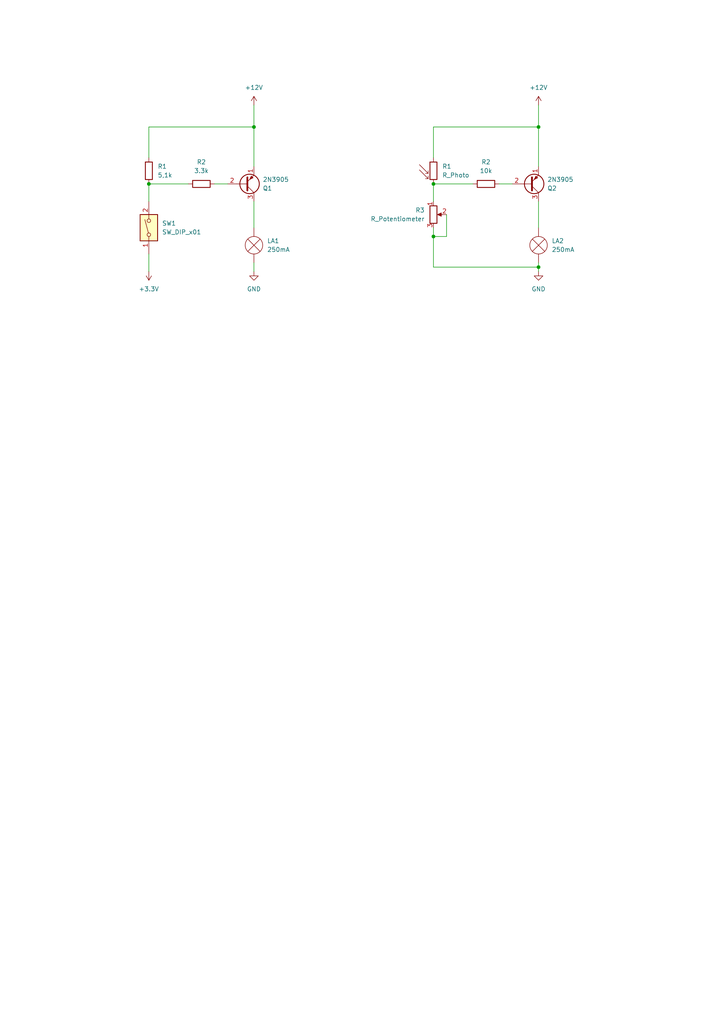
<source format=kicad_sch>
(kicad_sch (version 20250114) (generator "eeschema") (generator_version "9.0")
  (paper "A4" portrait)
  (lib_symbols
    (symbol "Device:Lamp" (pin_numbers (hide yes)) (pin_names (offset 0.0254) (hide yes))
      (property "Reference" "LA" (at 0.635 3.81 0))
      (property "Value" "Lamp" (at 0.635 -3.81 0))
      (symbol "Lamp_0_1"
        (polyline (pts (xy -1.778 1.778) (xy 1.778 -1.778)))
        (circle (center 0 0) (radius 2.54))
        (polyline (pts (xy 1.778 1.778) (xy -1.778 -1.778)))
      )
      (symbol "Lamp_1_1"
        (pin passive line (at 0 5.08 270) (length 2.54) (name "+") (number "2"))
        (pin passive line (at 0 -5.08 90) (length 2.54) (name "-") (number "1"))
      )
    )
    (symbol "Device:R" (pin_numbers (hide yes)) (pin_names (offset 0))
      (property "Reference" "R" (at 2.032 0 90))
      (property "Value" "R" (at 0 0 90))
      (symbol "R_0_1"
        (rectangle (start -1.016 -2.54) (end 1.016 2.54) (stroke (width 0.254)))
      )
      (symbol "R_1_1"
        (pin passive line (at 0 3.81 270) (length 1.27) (name "~") (number "1"))
        (pin passive line (at 0 -3.81 90) (length 1.27) (name "~") (number "2"))
      )
    )
    (symbol "Device:R_Photo" (pin_numbers (hide yes)) (pin_names (offset 0))
      (property "Reference" "R" (at 1.27 1.27 0))
      (property "Value" "R_Photo" (at 1.27 0 0))
      (symbol "R_Photo_0_1"
        (polyline (pts (xy -1.524 -0.762) (xy -4.064 1.778)))
        (polyline (pts (xy -1.524 -0.762) (xy -2.286 -0.762)))
        (polyline (pts (xy -1.524 -0.762) (xy -1.524 0)))
        (polyline (pts (xy -1.524 -2.286) (xy -4.064 0.254)))
        (polyline (pts (xy -1.524 -2.286) (xy -2.286 -2.286)))
        (polyline (pts (xy -1.524 -2.286) (xy -1.524 -1.524)))
        (rectangle (start -1.016 2.54) (end 1.016 -2.54) (stroke (width 0.254)))
      )
      (symbol "R_Photo_1_1"
        (pin passive line (at 0 3.81 270) (length 1.27) (name "~") (number "1"))
        (pin passive line (at 0 -3.81 90) (length 1.27) (name "~") (number "2"))
      )
    )
    (symbol "Device:R_Potentiometer" (pin_names (offset 1.016) (hide yes))
      (property "Reference" "RV" (at -4.445 0 90))
      (property "Value" "R_Potentiometer" (at -2.54 0 90))
      (symbol "R_Potentiometer_0_1"
        (rectangle (start 1.016 2.54) (end -1.016 -2.54) (stroke (width 0.254)))
        (polyline (pts (xy 1.143 0) (xy 2.286 0.508) (xy 2.286 -0.508) (xy 1.143 0)) (fill (type outline)))
        (polyline (pts (xy 2.54 0) (xy 1.524 0)))
      )
      (symbol "R_Potentiometer_1_1"
        (pin passive line (at 0 3.81 270) (length 1.27) (name "1") (number "1"))
        (pin passive line (at 0 -3.81 90) (length 1.27) (name "3") (number "3"))
        (pin passive line (at 3.81 0 180) (length 1.27) (name "2") (number "2"))
      )
    )
    (symbol "Switch:SW_DIP_x01" (pin_names (offset 0) (hide yes))
      (property "Reference" "SW" (at 0 3.81 0))
      (property "Value" "SW_DIP_x01" (at 0 -3.81 0))
      (symbol "SW_DIP_x01_0_0"
        (circle (center -2.032 0) (radius 0.508))
        (polyline (pts (xy -1.524 0.127) (xy 2.3622 1.1684)))
        (circle (center 2.032 0) (radius 0.508))
      )
      (symbol "SW_DIP_x01_0_1"
        (rectangle (start -3.81 2.54) (end 3.81 -2.54) (stroke (width 0.254)) (fill (type background)))
      )
      (symbol "SW_DIP_x01_1_1"
        (pin passive line (at -7.62 0 0) (length 5.08) (name "~") (number "1"))
        (pin passive line (at 7.62 0 180) (length 5.08) (name "~") (number "2"))
      )
    )
    (symbol "Transistor_BJT:2N3905" (pin_names (offset 0) (hide yes))
      (property "Reference" "Q" (at 5.08 1.905 0))
      (property "Value" "2N3905" (at 5.08 0 0))
      (symbol "2N3905_0_1"
        (polyline (pts (xy -2.54 0) (xy 0.635 0)))
        (polyline (pts (xy 0.635 1.905) (xy 0.635 -1.905)) (stroke (width 0.508)))
        (polyline (pts (xy 0.635 0.635) (xy 2.54 2.54)))
        (polyline (pts (xy 0.635 -0.635) (xy 2.54 -2.54)))
        (circle (center 1.27 0) (radius 2.8194) (stroke (width 0.254)))
        (polyline (pts (xy 2.286 -1.778) (xy 1.778 -2.286) (xy 1.27 -1.27) (xy 2.286 -1.778)) (fill (type outline)))
      )
      (symbol "2N3905_1_1"
        (pin input line (at -5.08 0 0) (length 2.54) (name "B") (number "2"))
        (pin passive line (at 2.54 5.08 270) (length 2.54) (name "C") (number "3"))
        (pin passive line (at 2.54 -5.08 90) (length 2.54) (name "E") (number "1"))
      )
    )
    (symbol "power:+12V" (power) (pin_numbers (hide yes)) (pin_names (offset 0) (hide yes))
      (property "Value" "+12V" (at 0 3.556 0))
      (symbol "+12V_0_1"
        (polyline (pts (xy -0.762 1.27) (xy 0 2.54)))
        (polyline (pts (xy 0 2.54) (xy 0.762 1.27)))
        (polyline (pts (xy 0 0) (xy 0 2.54)))
      )
      (symbol "+12V_1_1"
        (pin power_in line (at 0 0 90) (length 0) (name "~") (number "1"))
      )
    )
    (symbol "power:+3.3V" (power) (pin_numbers (hide yes)) (pin_names (offset 0) (hide yes))
      (property "Value" "+3.3V" (at 0 3.556 0))
      (symbol "+3.3V_0_1"
        (polyline (pts (xy -0.762 1.27) (xy 0 2.54)))
        (polyline (pts (xy 0 2.54) (xy 0.762 1.27)))
        (polyline (pts (xy 0 0) (xy 0 2.54)))
      )
      (symbol "+3.3V_1_1"
        (pin power_in line (at 0 0 90) (length 0) (name "~") (number "1"))
      )
    )
    (symbol "power:GND" (power) (pin_numbers (hide yes)) (pin_names (offset 0) (hide yes))
      (property "Value" "GND" (at 0 -3.81 0))
      (symbol "GND_0_1"
        (polyline (pts (xy 0 0) (xy 0 -1.27) (xy 1.27 -1.27) (xy 0 -2.54) (xy -1.27 -1.27) (xy 0 -1.27)))
      )
      (symbol "GND_1_1"
        (pin power_in line (at 0 0 270) (length 0) (name "~") (number "1"))
      )
    )
  )
  (junction (at 43.18 53.34))
  (junction (at 156.21 77.47))
  (junction (at 125.73 68.58))
  (junction (at 156.21 36.83))
  (junction (at 73.66 36.83))
  (junction (at 125.73 53.34))
  (wire (pts (xy 125.73 66.04) (xy 125.73 68.58)))
  (wire (pts (xy 125.73 36.83) (xy 125.73 45.72)))
  (wire (pts (xy 43.18 53.34) (xy 54.61 53.34)))
  (wire (pts (xy 43.18 53.34) (xy 43.18 58.42)))
  (wire (pts (xy 73.66 58.42) (xy 73.66 66.04)))
  (wire (pts (xy 156.21 77.47) (xy 156.21 76.2)))
  (wire (pts (xy 156.21 58.42) (xy 156.21 66.04)))
  (wire (pts (xy 129.54 62.23) (xy 129.54 68.58)))
  (wire (pts (xy 73.66 36.83) (xy 73.66 30.48)))
  (wire (pts (xy 73.66 78.74) (xy 73.66 76.2)))
  (wire (pts (xy 73.66 36.83) (xy 73.66 48.26)))
  (wire (pts (xy 62.23 53.34) (xy 66.04 53.34)))
  (wire (pts (xy 129.54 68.58) (xy 125.73 68.58)))
  (wire (pts (xy 156.21 78.74) (xy 156.21 77.47)))
  (wire (pts (xy 125.73 53.34) (xy 125.73 58.42)))
  (wire (pts (xy 125.73 53.34) (xy 137.16 53.34)))
  (wire (pts (xy 43.18 36.83) (xy 73.66 36.83)))
  (wire (pts (xy 43.18 36.83) (xy 43.18 45.72)))
  (wire (pts (xy 156.21 36.83) (xy 156.21 48.26)))
  (wire (pts (xy 156.21 36.83) (xy 156.21 30.48)))
  (wire (pts (xy 125.73 68.58) (xy 125.73 77.47)))
  (wire (pts (xy 144.78 53.34) (xy 148.59 53.34)))
  (wire (pts (xy 43.18 73.66) (xy 43.18 78.74)))
  (wire (pts (xy 125.73 36.83) (xy 156.21 36.83)))
  (wire (pts (xy 125.73 77.47) (xy 156.21 77.47)))
  (symbol (lib_id "Device:R") (at 140.97 53.34 90) (unit 1)
    (property "Reference" "R2" (at 140.97 46.99 90))
    (property "Value" "10k" (at 140.97 49.53 90))
    (property "Description" "Resistor" (effects (hide yes)))
  )
  (symbol (lib_id "power:+12V") (at 156.21 30.48 0) (unit 1)
    (property "Reference" "#PWR06" (effects (hide yes)))
    (property "Value" "+12V" (at 156.21 25.4 0))
    (property "Description" "Power symbol creates a global label with name \"+12V\"" (effects (hide yes)))
  )
  (symbol (lib_id "power:GND") (at 156.21 78.74 0) (unit 1)
    (property "Reference" "#PWR04" (effects (hide yes)))
    (property "Value" "GND" (at 156.21 83.82 0))
    (property "Description" "Power symbol creates a global label with name \"GND\" , ground" (effects (hide yes)))
  )
  (symbol (lib_id "Device:R_Photo") (at 125.73 49.53 0) (unit 1)
    (property "Reference" "R1" (at 128.27 48.2599 0) (effects (justify left)))
    (property "Value" "R_Photo" (at 128.27 50.7999 0) (effects (justify left)))
    (property "Description" "Photoresistor" (effects (hide yes)))
  )
  (symbol (lib_id "Device:R") (at 43.18 49.53 0) (unit 1)
    (property "Reference" "R1" (at 45.72 48.2599 0) (effects (justify left)))
    (property "Value" "5,1k" (at 45.72 50.7999 0) (effects (justify left)))
    (property "Description" "Resistor" (effects (hide yes)))
  )
  (symbol (lib_id "power:+12V") (at 73.66 30.48 0) (unit 1)
    (property "Reference" "#PWR05" (effects (hide yes)))
    (property "Value" "+12V" (at 73.66 25.4 0))
    (property "Description" "Power symbol creates a global label with name \"+12V\"" (effects (hide yes)))
  )
  (symbol (lib_id "Transistor_BJT:2N3905") (at 153.67 53.34 0) (mirror x) (unit 1)
    (property "Reference" "Q2" (at 158.75 54.6101 0) (effects (justify left)))
    (property "Value" "2N3905" (at 158.75 52.0701 0) (effects (justify left)))
    (property "Footprint" "Package_TO_SOT_THT:TO-92_Inline" (effects (hide yes)))
    (property "Datasheet" "https://www.nteinc.com/specs/original/2N3905_06.pdf" (effects (hide yes)))
    (property "Description" "-0.2A Ic, -40V Vce, Small Signal PNP Transistor, TO-92" (effects (hide yes)))
  )
  (symbol (lib_id "Transistor_BJT:2N3905") (at 71.12 53.34 0) (mirror x) (unit 1)
    (property "Reference" "Q1" (at 76.2 54.6101 0) (effects (justify left)))
    (property "Value" "2N3905" (at 76.2 52.0701 0) (effects (justify left)))
    (property "Footprint" "Package_TO_SOT_THT:TO-92_Inline" (effects (hide yes)))
    (property "Datasheet" "https://www.nteinc.com/specs/original/2N3905_06.pdf" (effects (hide yes)))
    (property "Description" "-0.2A Ic, -40V Vce, Small Signal PNP Transistor, TO-92" (effects (hide yes)))
  )
  (symbol (lib_id "Device:R_Potentiometer") (at 125.73 62.23 0) (unit 1)
    (property "Reference" "R3" (at 123.19 60.9599 0) (effects (justify right)))
    (property "Value" "R_Potentiometer" (at 123.19 63.4999 0) (effects (justify right)))
    (property "Description" "Potentiometer" (effects (hide yes)))
  )
  (symbol (lib_id "Device:Lamp") (at 73.66 71.12 0) (unit 1)
    (property "Reference" "LA1" (at 77.47 69.8499 0) (effects (justify left)))
    (property "Value" "250mA" (at 77.47 72.3899 0) (effects (justify left)))
    (property "Description" "Lamp" (effects (hide yes)))
  )
  (symbol (lib_id "power:+3.3V") (at 43.18 78.74 180) (unit 1)
    (property "Reference" "#PWR01" (effects (hide yes)))
    (property "Value" "+3.3V" (at 43.18 83.82 0))
    (property "Description" "Power symbol creates a global label with name \"+3.3V\"" (effects (hide yes)))
  )
  (symbol (lib_id "power:GND") (at 73.66 78.74 0) (unit 1)
    (property "Reference" "#PWR02" (effects (hide yes)))
    (property "Value" "GND" (at 73.66 83.82 0))
    (property "Description" "Power symbol creates a global label with name \"GND\" , ground" (effects (hide yes)))
  )
  (symbol (lib_id "Switch:SW_DIP_x01") (at 43.18 66.04 90) (unit 1)
    (property "Reference" "SW1" (at 46.99 64.7699 90) (effects (justify right)))
    (property "Value" "SW_DIP_x01" (at 46.99 67.3099 90) (effects (justify right)))
    (property "Description" "1x DIP Switch, Single Pole Single Throw (SPST) switch, small symbol" (effects (hide yes)))
  )
  (symbol (lib_id "Device:Lamp") (at 156.21 71.12 0) (unit 1)
    (property "Reference" "LA2" (at 160.02 69.8499 0) (effects (justify left)))
    (property "Value" "250mA" (at 160.02 72.3899 0) (effects (justify left)))
    (property "Description" "Lamp" (effects (hide yes)))
  )
  (symbol (lib_id "Device:R") (at 58.42 53.34 90) (unit 1)
    (property "Reference" "R2" (at 58.42 46.99 90))
    (property "Value" "3.3k" (at 58.42 49.53 90))
    (property "Description" "Resistor" (effects (hide yes)))
  )
)
</source>
